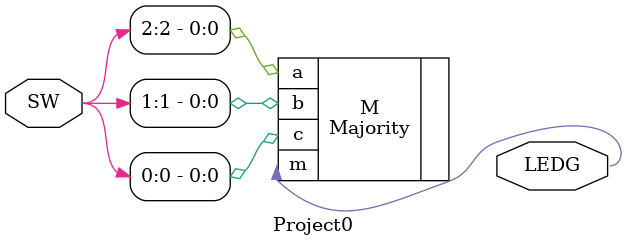
<source format=v>
module Project0
(
  input [2:0] SW,				// a, b, c
  output [0:0] LEDG	// m
);

// Instantiate Majority module
	Majority M(.a(SW[2]), .b(SW[1]), .c(SW[0]), .m(LEDG[0]));
endmodule // Project0
</source>
